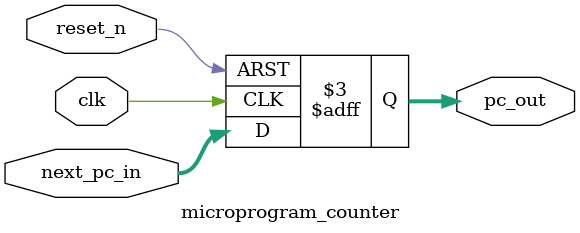
<source format=v>
module microprogram_counter (
    input clk,
    input reset_n,
    input [3:0] next_pc_in,
    output reg [3:0] pc_out
);

    always @(posedge clk or negedge reset_n) begin
        if (!reset_n) begin
            pc_out <= 4'h0;
        end else begin
            pc_out <= next_pc_in;
        end
    end

endmodule
</source>
